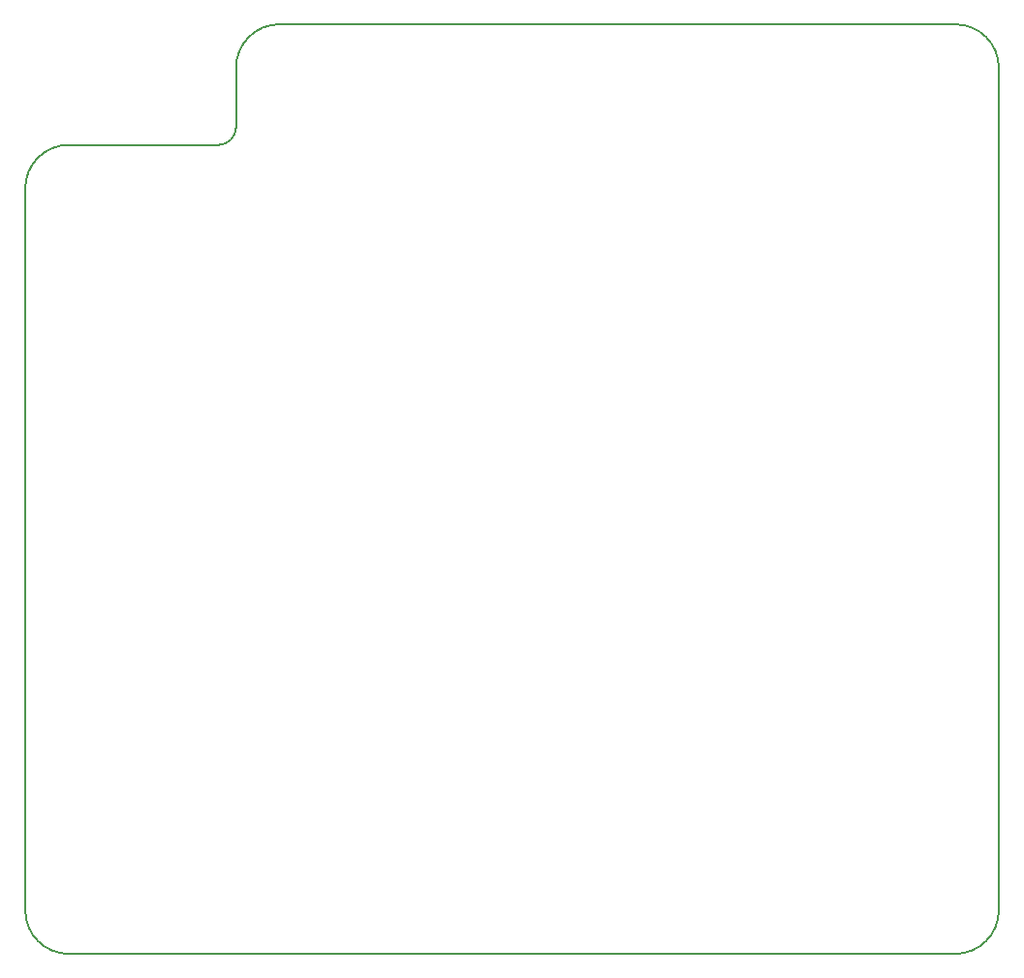
<source format=gbr>
G04 #@! TF.FileFunction,Profile,NP*
%FSLAX46Y46*%
G04 Gerber Fmt 4.6, Leading zero omitted, Abs format (unit mm)*
G04 Created by KiCad (PCBNEW 4.0.7) date 01/19/18 22:00:22*
%MOMM*%
%LPD*%
G01*
G04 APERTURE LIST*
%ADD10C,0.100000*%
%ADD11C,0.150000*%
G04 APERTURE END LIST*
D10*
D11*
X210185000Y-132080000D02*
G75*
G03X213988350Y-128270006I-6650J3809994D01*
G01*
X128905006Y-128276650D02*
G75*
G03X132715000Y-132080000I3809994J6650D01*
G01*
X151130000Y-50800000D02*
G75*
G03X147320000Y-54610000I0J-3810000D01*
G01*
X213995000Y-54610000D02*
G75*
G03X210185000Y-50800000I-3810000J0D01*
G01*
X145796000Y-61341000D02*
G75*
G03X147320000Y-59817000I0J1524000D01*
G01*
X132708350Y-61341006D02*
G75*
G03X128905000Y-65151000I6650J-3809994D01*
G01*
X145796000Y-61341000D02*
X132700000Y-61341000D01*
X147320000Y-54610000D02*
X147320000Y-59817000D01*
X128905000Y-65151000D02*
X128905000Y-128276650D01*
X210185000Y-50800000D02*
X151130000Y-50800000D01*
X213995000Y-128270000D02*
X213995000Y-54610000D01*
X132715000Y-132080000D02*
X210185000Y-132080000D01*
M02*

</source>
